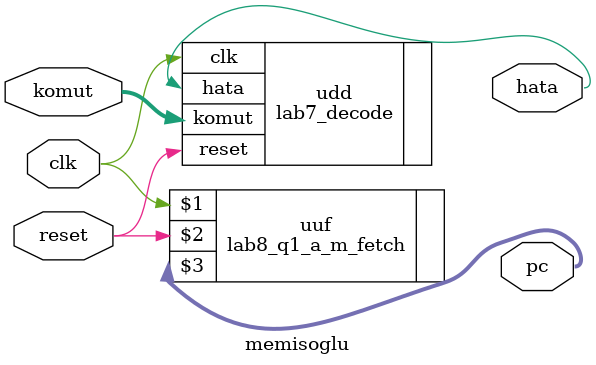
<source format=sv>
/* //SAYFA 1
* memisoglu.sv
* Hazirlayan:
* Abdullah MEMISOGLU
*/
module memisoglu (
  input logic clk,reset,
  input logic [31:0] komut,
  output logic [31:0]pc ,
  output logic hata
  );
lab8_q1_a_m_fetch uuf(clk,reset,pc);
lab7_decode udd
(.clk(clk),.reset(reset),.komut(komut),.hata(hata));
endmodule

</source>
